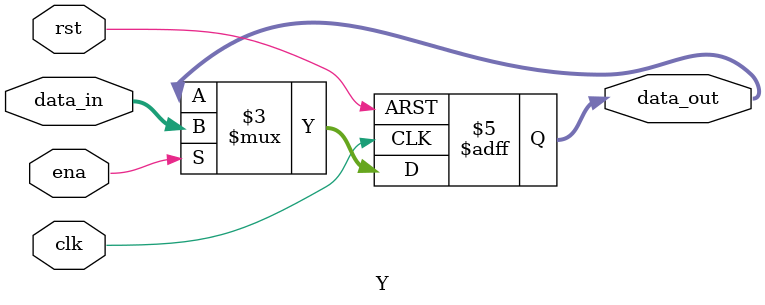
<source format=v>
`timescale 1ns / 1ps


module Y
(
input clk,rst,ena,
input [31:0]data_in,
output reg [31:0] data_out
);

always@(posedge clk or posedge rst)
begin
if (rst)
    data_out <= 0;
else if (ena)
    data_out <= data_in;
else
    data_out <= data_out;
end
endmodule

</source>
